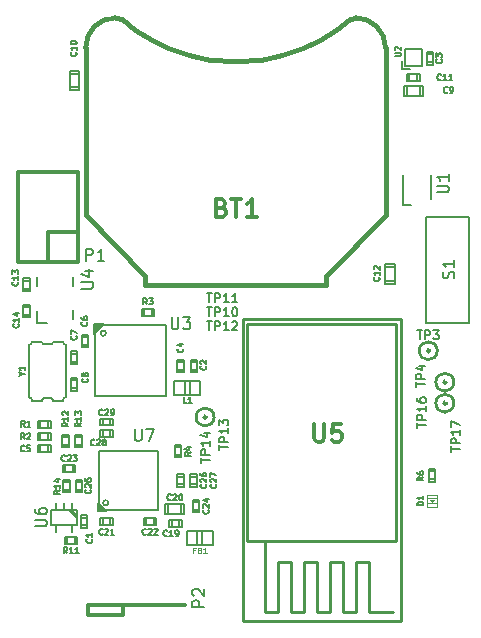
<source format=gto>
G04 (created by PCBNEW (2013-05-31 BZR 4019)-stable) date 6/2/2014 4:07:52 PM*
%MOIN*%
G04 Gerber Fmt 3.4, Leading zero omitted, Abs format*
%FSLAX34Y34*%
G01*
G70*
G90*
G04 APERTURE LIST*
%ADD10C,0.00590551*%
%ADD11C,0.01*%
%ADD12C,0.005*%
%ADD13C,0.0059*%
%ADD14C,0.0039*%
%ADD15C,0.012*%
%ADD16C,0.0079*%
%ADD17C,0.015*%
%ADD18C,0.0075*%
%ADD19C,0.00125*%
%ADD20C,0.011811*%
%ADD21C,0.008*%
G04 APERTURE END LIST*
G54D10*
G54D11*
X92500Y-44350D02*
G75*
G03X92500Y-44350I-50J0D01*
G74*
G01*
X92750Y-44350D02*
G75*
G03X92750Y-44350I-300J0D01*
G74*
G01*
X91950Y-43300D02*
G75*
G03X91950Y-43300I-50J0D01*
G74*
G01*
X92200Y-43300D02*
G75*
G03X92200Y-43300I-300J0D01*
G74*
G01*
X84510Y-45510D02*
G75*
G03X84510Y-45510I-50J0D01*
G74*
G01*
X84760Y-45510D02*
G75*
G03X84760Y-45510I-300J0D01*
G74*
G01*
X92500Y-45050D02*
G75*
G03X92500Y-45050I-50J0D01*
G74*
G01*
X92750Y-45050D02*
G75*
G03X92750Y-45050I-300J0D01*
G74*
G01*
G54D12*
X82685Y-41920D02*
X82685Y-42140D01*
X82425Y-41920D02*
X82425Y-42140D01*
X82345Y-41920D02*
X82345Y-42140D01*
X82345Y-42140D02*
X82765Y-42140D01*
X82765Y-42140D02*
X82765Y-41920D01*
X82765Y-41920D02*
X82345Y-41920D01*
X79230Y-46040D02*
X79230Y-46260D01*
X78970Y-46040D02*
X78970Y-46260D01*
X78890Y-46040D02*
X78890Y-46260D01*
X78890Y-46260D02*
X79310Y-46260D01*
X79310Y-46260D02*
X79310Y-46040D01*
X79310Y-46040D02*
X78890Y-46040D01*
X78970Y-45860D02*
X78970Y-45640D01*
X79230Y-45860D02*
X79230Y-45640D01*
X79310Y-45860D02*
X79310Y-45640D01*
X79310Y-45640D02*
X78890Y-45640D01*
X78890Y-45640D02*
X78890Y-45860D01*
X78890Y-45860D02*
X79310Y-45860D01*
G54D13*
X83944Y-44766D02*
X83944Y-44294D01*
X83786Y-44294D02*
X83786Y-44766D01*
X83432Y-44294D02*
X84298Y-44294D01*
X84298Y-44294D02*
X84298Y-44766D01*
X84298Y-44766D02*
X83432Y-44766D01*
X83432Y-44766D02*
X83432Y-44294D01*
G54D10*
X79834Y-44846D02*
G75*
G03X79716Y-44964I0J-118D01*
G74*
G01*
X79716Y-42995D02*
G75*
G03X79834Y-43113I118J0D01*
G74*
G01*
X79834Y-43113D02*
X79834Y-44846D01*
X79401Y-42995D02*
X79716Y-42995D01*
X79401Y-44964D02*
X79716Y-44964D01*
X79047Y-44885D02*
X79362Y-44885D01*
X79047Y-44885D02*
X79008Y-44964D01*
X79362Y-44885D02*
X79401Y-44964D01*
X78693Y-44964D02*
X79008Y-44964D01*
X78693Y-44964D02*
G75*
G03X78575Y-44846I-118J0D01*
G74*
G01*
X78575Y-43113D02*
X78575Y-44846D01*
X78693Y-42995D02*
X79008Y-42995D01*
X78575Y-43113D02*
G75*
G03X78693Y-42995I0J118D01*
G74*
G01*
X79008Y-42995D02*
X79047Y-43074D01*
X79401Y-42995D02*
X79362Y-43074D01*
X79047Y-43074D02*
X79362Y-43074D01*
G54D12*
X79975Y-43400D02*
X80195Y-43400D01*
X79975Y-43660D02*
X80195Y-43660D01*
X79975Y-43740D02*
X80195Y-43740D01*
X80195Y-43740D02*
X80195Y-43320D01*
X80195Y-43320D02*
X79975Y-43320D01*
X79975Y-43320D02*
X79975Y-43740D01*
X79230Y-46440D02*
X79230Y-46660D01*
X78970Y-46440D02*
X78970Y-46660D01*
X78890Y-46440D02*
X78890Y-46660D01*
X78890Y-46660D02*
X79310Y-46660D01*
X79310Y-46660D02*
X79310Y-46440D01*
X79310Y-46440D02*
X78890Y-46440D01*
X80565Y-43105D02*
X80345Y-43105D01*
X80565Y-42845D02*
X80345Y-42845D01*
X80565Y-42765D02*
X80345Y-42765D01*
X80345Y-42765D02*
X80345Y-43185D01*
X80345Y-43185D02*
X80565Y-43185D01*
X80565Y-43185D02*
X80565Y-42765D01*
X80195Y-44550D02*
X79975Y-44550D01*
X80195Y-44290D02*
X79975Y-44290D01*
X80195Y-44210D02*
X79975Y-44210D01*
X79975Y-44210D02*
X79975Y-44630D01*
X79975Y-44630D02*
X80195Y-44630D01*
X80195Y-44630D02*
X80195Y-44210D01*
X83745Y-43940D02*
X83525Y-43940D01*
X83745Y-43680D02*
X83525Y-43680D01*
X83745Y-43600D02*
X83525Y-43600D01*
X83525Y-43600D02*
X83525Y-44020D01*
X83525Y-44020D02*
X83745Y-44020D01*
X83745Y-44020D02*
X83745Y-43600D01*
X91845Y-33420D02*
X92065Y-33420D01*
X91845Y-33680D02*
X92065Y-33680D01*
X91845Y-33760D02*
X92065Y-33760D01*
X92065Y-33760D02*
X92065Y-33340D01*
X92065Y-33340D02*
X91845Y-33340D01*
X91845Y-33340D02*
X91845Y-33760D01*
X84205Y-43940D02*
X83985Y-43940D01*
X84205Y-43680D02*
X83985Y-43680D01*
X84205Y-43600D02*
X83985Y-43600D01*
X83985Y-43600D02*
X83985Y-44020D01*
X83985Y-44020D02*
X84205Y-44020D01*
X84205Y-44020D02*
X84205Y-43600D01*
X91270Y-34310D02*
X91270Y-34090D01*
X91530Y-34310D02*
X91530Y-34090D01*
X91610Y-34310D02*
X91610Y-34090D01*
X91610Y-34090D02*
X91190Y-34090D01*
X91190Y-34090D02*
X91190Y-34310D01*
X91190Y-34310D02*
X91610Y-34310D01*
X92135Y-47580D02*
X91915Y-47580D01*
X92135Y-47320D02*
X91915Y-47320D01*
X92135Y-47240D02*
X91915Y-47240D01*
X91915Y-47240D02*
X91915Y-47660D01*
X91915Y-47660D02*
X92135Y-47660D01*
X92135Y-47660D02*
X92135Y-47240D01*
X80345Y-46435D02*
X80125Y-46435D01*
X80345Y-46175D02*
X80125Y-46175D01*
X80345Y-46095D02*
X80125Y-46095D01*
X80125Y-46095D02*
X80125Y-46515D01*
X80125Y-46515D02*
X80345Y-46515D01*
X80345Y-46515D02*
X80345Y-46095D01*
X79925Y-46435D02*
X79705Y-46435D01*
X79925Y-46175D02*
X79705Y-46175D01*
X79925Y-46095D02*
X79705Y-46095D01*
X79705Y-46095D02*
X79705Y-46515D01*
X79705Y-46515D02*
X79925Y-46515D01*
X79925Y-46515D02*
X79925Y-46095D01*
X79860Y-49745D02*
X79860Y-49525D01*
X80120Y-49745D02*
X80120Y-49525D01*
X80200Y-49745D02*
X80200Y-49525D01*
X80200Y-49525D02*
X79780Y-49525D01*
X79780Y-49525D02*
X79780Y-49745D01*
X79780Y-49745D02*
X80200Y-49745D01*
X79950Y-47945D02*
X79730Y-47945D01*
X79950Y-47685D02*
X79730Y-47685D01*
X79950Y-47605D02*
X79730Y-47605D01*
X79730Y-47605D02*
X79730Y-48025D01*
X79730Y-48025D02*
X79950Y-48025D01*
X79950Y-48025D02*
X79950Y-47605D01*
X83450Y-46515D02*
X83670Y-46515D01*
X83450Y-46775D02*
X83670Y-46775D01*
X83450Y-46855D02*
X83670Y-46855D01*
X83670Y-46855D02*
X83670Y-46435D01*
X83670Y-46435D02*
X83450Y-46435D01*
X83450Y-46435D02*
X83450Y-46855D01*
X81305Y-45940D02*
X81305Y-46160D01*
X81045Y-45940D02*
X81045Y-46160D01*
X80965Y-45940D02*
X80965Y-46160D01*
X80965Y-46160D02*
X81385Y-46160D01*
X81385Y-46160D02*
X81385Y-45940D01*
X81385Y-45940D02*
X80965Y-45940D01*
X81305Y-45570D02*
X81305Y-45790D01*
X81045Y-45570D02*
X81045Y-45790D01*
X80965Y-45570D02*
X80965Y-45790D01*
X80965Y-45790D02*
X81385Y-45790D01*
X81385Y-45790D02*
X81385Y-45570D01*
X81385Y-45570D02*
X80965Y-45570D01*
X83755Y-47755D02*
X83535Y-47755D01*
X83755Y-47495D02*
X83535Y-47495D01*
X83755Y-47415D02*
X83535Y-47415D01*
X83535Y-47415D02*
X83535Y-47835D01*
X83535Y-47835D02*
X83755Y-47835D01*
X83755Y-47835D02*
X83755Y-47415D01*
X84180Y-47755D02*
X83960Y-47755D01*
X84180Y-47495D02*
X83960Y-47495D01*
X84180Y-47415D02*
X83960Y-47415D01*
X83960Y-47415D02*
X83960Y-47835D01*
X83960Y-47835D02*
X84180Y-47835D01*
X84180Y-47835D02*
X84180Y-47415D01*
X80050Y-47115D02*
X80050Y-47335D01*
X79790Y-47115D02*
X79790Y-47335D01*
X79710Y-47115D02*
X79710Y-47335D01*
X79710Y-47335D02*
X80130Y-47335D01*
X80130Y-47335D02*
X80130Y-47115D01*
X80130Y-47115D02*
X79710Y-47115D01*
X80364Y-47940D02*
X80144Y-47940D01*
X80364Y-47680D02*
X80144Y-47680D01*
X80364Y-47600D02*
X80144Y-47600D01*
X80144Y-47600D02*
X80144Y-48020D01*
X80144Y-48020D02*
X80364Y-48020D01*
X80364Y-48020D02*
X80364Y-47600D01*
X82750Y-48880D02*
X82750Y-49100D01*
X82490Y-48880D02*
X82490Y-49100D01*
X82410Y-48880D02*
X82410Y-49100D01*
X82410Y-49100D02*
X82830Y-49100D01*
X82830Y-49100D02*
X82830Y-48880D01*
X82830Y-48880D02*
X82410Y-48880D01*
X81305Y-48890D02*
X81305Y-49110D01*
X81045Y-48890D02*
X81045Y-49110D01*
X80965Y-48890D02*
X80965Y-49110D01*
X80965Y-49110D02*
X81385Y-49110D01*
X81385Y-49110D02*
X81385Y-48890D01*
X81385Y-48890D02*
X80965Y-48890D01*
X84040Y-48345D02*
X84260Y-48345D01*
X84040Y-48605D02*
X84260Y-48605D01*
X84040Y-48685D02*
X84260Y-48685D01*
X84260Y-48685D02*
X84260Y-48265D01*
X84260Y-48265D02*
X84040Y-48265D01*
X84040Y-48265D02*
X84040Y-48685D01*
X83340Y-49175D02*
X83340Y-48955D01*
X83600Y-49175D02*
X83600Y-48955D01*
X83680Y-49175D02*
X83680Y-48955D01*
X83680Y-48955D02*
X83260Y-48955D01*
X83260Y-48955D02*
X83260Y-49175D01*
X83260Y-49175D02*
X83680Y-49175D01*
X79935Y-48600D02*
X80195Y-48860D01*
X79995Y-48600D02*
X80195Y-48795D01*
X79505Y-49110D02*
X79505Y-49330D01*
X80015Y-49110D02*
X80015Y-49330D01*
X79760Y-48600D02*
X79760Y-48380D01*
X79505Y-48600D02*
X79505Y-48380D01*
X80015Y-48600D02*
X80015Y-48380D01*
X80195Y-49110D02*
X79325Y-49110D01*
X79325Y-49110D02*
X79325Y-48600D01*
X79325Y-48600D02*
X80195Y-48600D01*
X80195Y-48600D02*
X80195Y-49110D01*
G54D11*
X89491Y-50350D02*
X89924Y-50350D01*
X89058Y-52004D02*
X89491Y-52004D01*
X89491Y-52004D02*
X89491Y-50350D01*
X89058Y-52004D02*
X89058Y-50350D01*
X89924Y-52004D02*
X89924Y-50350D01*
X89924Y-52004D02*
X90712Y-52004D01*
X88625Y-50350D02*
X89058Y-50350D01*
X88192Y-52004D02*
X88625Y-52004D01*
X88625Y-52004D02*
X88625Y-50350D01*
X88192Y-52004D02*
X88192Y-50350D01*
X87326Y-52004D02*
X87326Y-50350D01*
X87759Y-52004D02*
X87759Y-50350D01*
X87326Y-52004D02*
X87759Y-52004D01*
X87759Y-50350D02*
X88192Y-50350D01*
X86893Y-50350D02*
X87326Y-50350D01*
X86460Y-49642D02*
X86460Y-52004D01*
X86460Y-52004D02*
X86893Y-52004D01*
X86893Y-52004D02*
X86893Y-50350D01*
X90987Y-52319D02*
X85712Y-52319D01*
X85712Y-52319D02*
X85712Y-42240D01*
X90987Y-42240D02*
X85712Y-42240D01*
X90987Y-52319D02*
X90987Y-42240D01*
X90830Y-49642D02*
X85869Y-49642D01*
X85869Y-49642D02*
X85869Y-42398D01*
X90830Y-42398D02*
X85869Y-42398D01*
X90830Y-49642D02*
X90830Y-42398D01*
G54D14*
X91868Y-48221D02*
X92182Y-48221D01*
X92182Y-48379D02*
X91868Y-48379D01*
X92182Y-48103D02*
X92182Y-48497D01*
X92182Y-48497D02*
X91868Y-48497D01*
X91868Y-48497D02*
X91868Y-48103D01*
X91868Y-48103D02*
X92182Y-48103D01*
X91986Y-48300D02*
X92064Y-48300D01*
X92104Y-48261D02*
X91946Y-48261D01*
X91946Y-48261D02*
X92025Y-48339D01*
X92025Y-48339D02*
X92104Y-48261D01*
G54D12*
X80530Y-49125D02*
X80310Y-49125D01*
X80530Y-48865D02*
X80310Y-48865D01*
X80530Y-48785D02*
X80310Y-48785D01*
X80310Y-48785D02*
X80310Y-49205D01*
X80310Y-49205D02*
X80530Y-49205D01*
X80530Y-49205D02*
X80530Y-48785D01*
G54D15*
X78215Y-40350D02*
X78215Y-37350D01*
X78215Y-37350D02*
X80215Y-37350D01*
X80215Y-37350D02*
X80215Y-40350D01*
X79215Y-40350D02*
X79215Y-39350D01*
X79215Y-39350D02*
X80215Y-39350D01*
X78215Y-40350D02*
X80215Y-40350D01*
G54D12*
X78620Y-42105D02*
X78400Y-42105D01*
X78620Y-41845D02*
X78400Y-41845D01*
X78620Y-41765D02*
X78400Y-41765D01*
X78400Y-41765D02*
X78400Y-42185D01*
X78400Y-42185D02*
X78620Y-42185D01*
X78620Y-42185D02*
X78620Y-41765D01*
X78620Y-41230D02*
X78400Y-41230D01*
X78620Y-40970D02*
X78400Y-40970D01*
X78620Y-40890D02*
X78400Y-40890D01*
X78400Y-40890D02*
X78400Y-41310D01*
X78400Y-41310D02*
X78620Y-41310D01*
X78620Y-41310D02*
X78620Y-40890D01*
G54D10*
X80050Y-42248D02*
X80050Y-41933D01*
X80050Y-40831D02*
X80050Y-41146D01*
X78869Y-41146D02*
X78869Y-40831D01*
X78869Y-42130D02*
X78869Y-41973D01*
X78869Y-42130D02*
X78869Y-42366D01*
X78869Y-42366D02*
X79184Y-42366D01*
G54D12*
X81106Y-42402D02*
X80752Y-42756D01*
X80752Y-42756D02*
X80752Y-42402D01*
X80752Y-42402D02*
X81106Y-42402D01*
X80791Y-42677D02*
X81027Y-42441D01*
X81027Y-42441D02*
X80988Y-42441D01*
X80988Y-42441D02*
X80791Y-42638D01*
X80791Y-42638D02*
X80791Y-42598D01*
X80791Y-42598D02*
X80948Y-42441D01*
X80948Y-42441D02*
X80909Y-42441D01*
X80909Y-42441D02*
X80791Y-42559D01*
X80791Y-42559D02*
X80791Y-42520D01*
X80791Y-42520D02*
X80870Y-42441D01*
X83153Y-42441D02*
X83153Y-44803D01*
X83153Y-44803D02*
X80791Y-44803D01*
X80791Y-44803D02*
X80791Y-42441D01*
X80791Y-42441D02*
X83153Y-42441D01*
G54D16*
X81155Y-42716D02*
G75*
G03X81155Y-42716I-87J0D01*
G74*
G01*
G54D12*
X80874Y-48371D02*
X80874Y-48647D01*
X80874Y-48647D02*
X81150Y-48647D01*
X81150Y-48647D02*
X80874Y-48371D01*
X82882Y-48607D02*
X80914Y-48607D01*
X80914Y-48607D02*
X80914Y-46639D01*
X80914Y-46639D02*
X82882Y-46639D01*
X82882Y-46639D02*
X82882Y-48607D01*
X81070Y-48608D02*
X80913Y-48451D01*
X80913Y-48489D02*
X81031Y-48607D01*
X80993Y-48607D02*
X80914Y-48528D01*
G54D16*
X81238Y-48371D02*
G75*
G03X81238Y-48371I-87J0D01*
G74*
G01*
G54D10*
X91824Y-38828D02*
X91824Y-42371D01*
X93241Y-42371D02*
X93241Y-38828D01*
X93241Y-38828D02*
X91824Y-38828D01*
X93241Y-42371D02*
X91824Y-42371D01*
G54D17*
X85475Y-33650D02*
X84625Y-33600D01*
X84625Y-33600D02*
X83925Y-33450D01*
X83925Y-33450D02*
X83225Y-33200D01*
X83225Y-33200D02*
X82675Y-32950D01*
X82675Y-32950D02*
X82125Y-32600D01*
X82125Y-32600D02*
X81675Y-32250D01*
X81675Y-32250D02*
X81475Y-32200D01*
X89475Y-32200D02*
X89275Y-32250D01*
X89275Y-32250D02*
X88825Y-32600D01*
X88825Y-32600D02*
X88275Y-32950D01*
X88275Y-32950D02*
X87725Y-33200D01*
X87725Y-33200D02*
X87025Y-33450D01*
X87025Y-33450D02*
X86325Y-33600D01*
X86325Y-33600D02*
X85475Y-33650D01*
X81475Y-32200D02*
G75*
G03X80475Y-33200I0J-1000D01*
G74*
G01*
X90475Y-33200D02*
G75*
G03X89475Y-32200I-1000J0D01*
G74*
G01*
X82445Y-40800D02*
X80475Y-38780D01*
X80475Y-38780D02*
X80475Y-33210D01*
X88505Y-40800D02*
X90475Y-38780D01*
X90475Y-38780D02*
X90475Y-33210D01*
X88505Y-41120D02*
X88505Y-40800D01*
X82445Y-41120D02*
X82445Y-40800D01*
X88505Y-41120D02*
X82445Y-41120D01*
G54D12*
X79940Y-34520D02*
X80260Y-34520D01*
X80250Y-34080D02*
X79940Y-34080D01*
X80260Y-33980D02*
X80260Y-34620D01*
X80260Y-34620D02*
X79940Y-34620D01*
X79940Y-34620D02*
X79940Y-33980D01*
X79940Y-33980D02*
X80260Y-33980D01*
X91180Y-34480D02*
X91180Y-34800D01*
X91620Y-34790D02*
X91620Y-34480D01*
X91720Y-34800D02*
X91080Y-34800D01*
X91080Y-34800D02*
X91080Y-34480D01*
X91080Y-34480D02*
X91720Y-34480D01*
X91720Y-34480D02*
X91720Y-34800D01*
X90775Y-40520D02*
X90455Y-40520D01*
X90465Y-40960D02*
X90775Y-40960D01*
X90455Y-41060D02*
X90455Y-40420D01*
X90455Y-40420D02*
X90775Y-40420D01*
X90775Y-40420D02*
X90775Y-41060D01*
X90775Y-41060D02*
X90455Y-41060D01*
X83230Y-48415D02*
X83230Y-48735D01*
X83670Y-48725D02*
X83670Y-48415D01*
X83770Y-48735D02*
X83130Y-48735D01*
X83130Y-48735D02*
X83130Y-48415D01*
X83130Y-48415D02*
X83770Y-48415D01*
X83770Y-48415D02*
X83770Y-48735D01*
G54D10*
X91052Y-38243D02*
X91052Y-38440D01*
X91052Y-38440D02*
X91328Y-38440D01*
X91997Y-37456D02*
X91997Y-38243D01*
X91052Y-38243D02*
X91052Y-37456D01*
X91011Y-33628D02*
X91011Y-33923D01*
X91011Y-33923D02*
X91306Y-33923D01*
X91700Y-33530D02*
X91700Y-33234D01*
X91700Y-33234D02*
X91109Y-33234D01*
X91109Y-33234D02*
X91109Y-33825D01*
X91109Y-33825D02*
X91700Y-33825D01*
X91700Y-33825D02*
X91700Y-33530D01*
G54D15*
X80570Y-51770D02*
X80570Y-52110D01*
X80570Y-52110D02*
X81710Y-52110D01*
X81710Y-52110D02*
X81710Y-51770D01*
X80575Y-51762D02*
X83804Y-51762D01*
G54D13*
X84201Y-49309D02*
X84201Y-49781D01*
X84359Y-49781D02*
X84359Y-49309D01*
X84713Y-49781D02*
X83847Y-49781D01*
X83847Y-49781D02*
X83847Y-49309D01*
X83847Y-49309D02*
X84713Y-49309D01*
X84713Y-49309D02*
X84713Y-49781D01*
G54D18*
X91496Y-44503D02*
X91496Y-44332D01*
X91796Y-44417D02*
X91496Y-44417D01*
X91796Y-44232D02*
X91496Y-44232D01*
X91496Y-44117D01*
X91510Y-44089D01*
X91525Y-44075D01*
X91553Y-44060D01*
X91596Y-44060D01*
X91625Y-44075D01*
X91639Y-44089D01*
X91653Y-44117D01*
X91653Y-44232D01*
X91596Y-43803D02*
X91796Y-43803D01*
X91482Y-43875D02*
X91696Y-43946D01*
X91696Y-43760D01*
X91521Y-42621D02*
X91692Y-42621D01*
X91607Y-42921D02*
X91607Y-42621D01*
X91792Y-42921D02*
X91792Y-42621D01*
X91907Y-42621D01*
X91935Y-42635D01*
X91950Y-42650D01*
X91964Y-42678D01*
X91964Y-42721D01*
X91950Y-42750D01*
X91935Y-42764D01*
X91907Y-42778D01*
X91792Y-42778D01*
X92064Y-42621D02*
X92250Y-42621D01*
X92150Y-42735D01*
X92192Y-42735D01*
X92221Y-42750D01*
X92235Y-42764D01*
X92250Y-42792D01*
X92250Y-42864D01*
X92235Y-42892D01*
X92221Y-42907D01*
X92192Y-42921D01*
X92107Y-42921D01*
X92078Y-42907D01*
X92064Y-42892D01*
X84311Y-47031D02*
X84311Y-46859D01*
X84611Y-46945D02*
X84311Y-46945D01*
X84611Y-46759D02*
X84311Y-46759D01*
X84311Y-46645D01*
X84325Y-46617D01*
X84340Y-46602D01*
X84368Y-46588D01*
X84411Y-46588D01*
X84440Y-46602D01*
X84454Y-46617D01*
X84468Y-46645D01*
X84468Y-46759D01*
X84611Y-46302D02*
X84611Y-46474D01*
X84611Y-46388D02*
X84311Y-46388D01*
X84354Y-46417D01*
X84382Y-46445D01*
X84397Y-46474D01*
X84411Y-46045D02*
X84611Y-46045D01*
X84297Y-46117D02*
X84511Y-46188D01*
X84511Y-46002D01*
X91521Y-45871D02*
X91521Y-45699D01*
X91821Y-45785D02*
X91521Y-45785D01*
X91821Y-45599D02*
X91521Y-45599D01*
X91521Y-45485D01*
X91535Y-45457D01*
X91550Y-45442D01*
X91578Y-45428D01*
X91621Y-45428D01*
X91650Y-45442D01*
X91664Y-45457D01*
X91678Y-45485D01*
X91678Y-45599D01*
X91821Y-45142D02*
X91821Y-45314D01*
X91821Y-45228D02*
X91521Y-45228D01*
X91564Y-45257D01*
X91592Y-45285D01*
X91607Y-45314D01*
X91521Y-44885D02*
X91521Y-44942D01*
X91535Y-44971D01*
X91550Y-44985D01*
X91592Y-45014D01*
X91650Y-45028D01*
X91764Y-45028D01*
X91792Y-45014D01*
X91807Y-45000D01*
X91821Y-44971D01*
X91821Y-44914D01*
X91807Y-44885D01*
X91792Y-44871D01*
X91764Y-44857D01*
X91692Y-44857D01*
X91664Y-44871D01*
X91650Y-44885D01*
X91635Y-44914D01*
X91635Y-44971D01*
X91650Y-45000D01*
X91664Y-45014D01*
X91692Y-45028D01*
G54D19*
X92391Y-45044D02*
X92375Y-45044D01*
X92375Y-45070D02*
X92375Y-45020D01*
X92398Y-45020D01*
X92415Y-45055D02*
X92439Y-45055D01*
X92410Y-45070D02*
X92427Y-45020D01*
X92444Y-45070D01*
X92489Y-45065D02*
X92486Y-45067D01*
X92479Y-45070D01*
X92475Y-45070D01*
X92467Y-45067D01*
X92463Y-45063D01*
X92460Y-45058D01*
X92458Y-45048D01*
X92458Y-45041D01*
X92460Y-45032D01*
X92463Y-45027D01*
X92467Y-45022D01*
X92475Y-45020D01*
X92479Y-45020D01*
X92486Y-45022D01*
X92489Y-45025D01*
X92503Y-45020D02*
X92532Y-45020D01*
X92517Y-45070D02*
X92517Y-45020D01*
G54D12*
X82516Y-41755D02*
X82450Y-41660D01*
X82402Y-41755D02*
X82402Y-41555D01*
X82478Y-41555D01*
X82497Y-41565D01*
X82507Y-41575D01*
X82516Y-41594D01*
X82516Y-41622D01*
X82507Y-41641D01*
X82497Y-41651D01*
X82478Y-41660D01*
X82402Y-41660D01*
X82583Y-41555D02*
X82707Y-41555D01*
X82640Y-41632D01*
X82669Y-41632D01*
X82688Y-41641D01*
X82697Y-41651D01*
X82707Y-41670D01*
X82707Y-41717D01*
X82697Y-41736D01*
X82688Y-41746D01*
X82669Y-41755D01*
X82611Y-41755D01*
X82592Y-41746D01*
X82583Y-41736D01*
X78441Y-46255D02*
X78375Y-46160D01*
X78327Y-46255D02*
X78327Y-46055D01*
X78403Y-46055D01*
X78422Y-46065D01*
X78432Y-46075D01*
X78441Y-46094D01*
X78441Y-46122D01*
X78432Y-46141D01*
X78422Y-46151D01*
X78403Y-46160D01*
X78327Y-46160D01*
X78517Y-46075D02*
X78527Y-46065D01*
X78546Y-46055D01*
X78594Y-46055D01*
X78613Y-46065D01*
X78622Y-46075D01*
X78632Y-46094D01*
X78632Y-46113D01*
X78622Y-46141D01*
X78508Y-46255D01*
X78632Y-46255D01*
X78441Y-45830D02*
X78375Y-45735D01*
X78327Y-45830D02*
X78327Y-45630D01*
X78403Y-45630D01*
X78422Y-45640D01*
X78432Y-45650D01*
X78441Y-45669D01*
X78441Y-45697D01*
X78432Y-45716D01*
X78422Y-45726D01*
X78403Y-45735D01*
X78327Y-45735D01*
X78632Y-45830D02*
X78517Y-45830D01*
X78575Y-45830D02*
X78575Y-45630D01*
X78555Y-45659D01*
X78536Y-45678D01*
X78517Y-45688D01*
X83841Y-45055D02*
X83746Y-45055D01*
X83746Y-44855D01*
X84013Y-45055D02*
X83898Y-45055D01*
X83955Y-45055D02*
X83955Y-44855D01*
X83936Y-44884D01*
X83917Y-44903D01*
X83898Y-44913D01*
X78360Y-44070D02*
X78455Y-44070D01*
X78255Y-44136D02*
X78360Y-44070D01*
X78255Y-44003D01*
X78455Y-43832D02*
X78455Y-43946D01*
X78455Y-43889D02*
X78255Y-43889D01*
X78284Y-43908D01*
X78303Y-43927D01*
X78313Y-43946D01*
X80161Y-42808D02*
X80171Y-42817D01*
X80180Y-42846D01*
X80180Y-42865D01*
X80171Y-42894D01*
X80152Y-42913D01*
X80133Y-42922D01*
X80095Y-42932D01*
X80066Y-42932D01*
X80028Y-42922D01*
X80009Y-42913D01*
X79990Y-42894D01*
X79980Y-42865D01*
X79980Y-42846D01*
X79990Y-42817D01*
X80000Y-42808D01*
X79980Y-42741D02*
X79980Y-42608D01*
X80180Y-42694D01*
X78441Y-46636D02*
X78432Y-46646D01*
X78403Y-46655D01*
X78384Y-46655D01*
X78355Y-46646D01*
X78336Y-46627D01*
X78327Y-46608D01*
X78317Y-46570D01*
X78317Y-46541D01*
X78327Y-46503D01*
X78336Y-46484D01*
X78355Y-46465D01*
X78384Y-46455D01*
X78403Y-46455D01*
X78432Y-46465D01*
X78441Y-46475D01*
X78622Y-46455D02*
X78527Y-46455D01*
X78517Y-46551D01*
X78527Y-46541D01*
X78546Y-46532D01*
X78594Y-46532D01*
X78613Y-46541D01*
X78622Y-46551D01*
X78632Y-46570D01*
X78632Y-46617D01*
X78622Y-46636D01*
X78613Y-46646D01*
X78594Y-46655D01*
X78546Y-46655D01*
X78527Y-46646D01*
X78517Y-46636D01*
X80511Y-42348D02*
X80521Y-42357D01*
X80530Y-42386D01*
X80530Y-42405D01*
X80521Y-42434D01*
X80502Y-42453D01*
X80483Y-42462D01*
X80445Y-42472D01*
X80416Y-42472D01*
X80378Y-42462D01*
X80359Y-42453D01*
X80340Y-42434D01*
X80330Y-42405D01*
X80330Y-42386D01*
X80340Y-42357D01*
X80350Y-42348D01*
X80330Y-42176D02*
X80330Y-42215D01*
X80340Y-42234D01*
X80350Y-42243D01*
X80378Y-42262D01*
X80416Y-42272D01*
X80492Y-42272D01*
X80511Y-42262D01*
X80521Y-42253D01*
X80530Y-42234D01*
X80530Y-42195D01*
X80521Y-42176D01*
X80511Y-42167D01*
X80492Y-42157D01*
X80445Y-42157D01*
X80426Y-42167D01*
X80416Y-42176D01*
X80407Y-42195D01*
X80407Y-42234D01*
X80416Y-42253D01*
X80426Y-42262D01*
X80445Y-42272D01*
X80536Y-44233D02*
X80546Y-44242D01*
X80555Y-44271D01*
X80555Y-44290D01*
X80546Y-44319D01*
X80527Y-44338D01*
X80508Y-44347D01*
X80470Y-44357D01*
X80441Y-44357D01*
X80403Y-44347D01*
X80384Y-44338D01*
X80365Y-44319D01*
X80355Y-44290D01*
X80355Y-44271D01*
X80365Y-44242D01*
X80375Y-44233D01*
X80441Y-44119D02*
X80432Y-44138D01*
X80422Y-44147D01*
X80403Y-44157D01*
X80394Y-44157D01*
X80375Y-44147D01*
X80365Y-44138D01*
X80355Y-44119D01*
X80355Y-44080D01*
X80365Y-44061D01*
X80375Y-44052D01*
X80394Y-44042D01*
X80403Y-44042D01*
X80422Y-44052D01*
X80432Y-44061D01*
X80441Y-44080D01*
X80441Y-44119D01*
X80451Y-44138D01*
X80460Y-44147D01*
X80479Y-44157D01*
X80517Y-44157D01*
X80536Y-44147D01*
X80546Y-44138D01*
X80555Y-44119D01*
X80555Y-44080D01*
X80546Y-44061D01*
X80536Y-44052D01*
X80517Y-44042D01*
X80479Y-44042D01*
X80460Y-44052D01*
X80451Y-44061D01*
X80441Y-44080D01*
X83711Y-43233D02*
X83721Y-43242D01*
X83730Y-43271D01*
X83730Y-43290D01*
X83721Y-43319D01*
X83702Y-43338D01*
X83683Y-43347D01*
X83645Y-43357D01*
X83616Y-43357D01*
X83578Y-43347D01*
X83559Y-43338D01*
X83540Y-43319D01*
X83530Y-43290D01*
X83530Y-43271D01*
X83540Y-43242D01*
X83550Y-43233D01*
X83597Y-43061D02*
X83730Y-43061D01*
X83521Y-43109D02*
X83664Y-43157D01*
X83664Y-43033D01*
X92336Y-33583D02*
X92346Y-33592D01*
X92355Y-33621D01*
X92355Y-33640D01*
X92346Y-33669D01*
X92327Y-33688D01*
X92308Y-33697D01*
X92270Y-33707D01*
X92241Y-33707D01*
X92203Y-33697D01*
X92184Y-33688D01*
X92165Y-33669D01*
X92155Y-33640D01*
X92155Y-33621D01*
X92165Y-33592D01*
X92175Y-33583D01*
X92155Y-33516D02*
X92155Y-33392D01*
X92232Y-33459D01*
X92232Y-33430D01*
X92241Y-33411D01*
X92251Y-33402D01*
X92270Y-33392D01*
X92317Y-33392D01*
X92336Y-33402D01*
X92346Y-33411D01*
X92355Y-33430D01*
X92355Y-33488D01*
X92346Y-33507D01*
X92336Y-33516D01*
X84486Y-43808D02*
X84496Y-43817D01*
X84505Y-43846D01*
X84505Y-43865D01*
X84496Y-43894D01*
X84477Y-43913D01*
X84458Y-43922D01*
X84420Y-43932D01*
X84391Y-43932D01*
X84353Y-43922D01*
X84334Y-43913D01*
X84315Y-43894D01*
X84305Y-43865D01*
X84305Y-43846D01*
X84315Y-43817D01*
X84325Y-43808D01*
X84325Y-43732D02*
X84315Y-43722D01*
X84305Y-43703D01*
X84305Y-43655D01*
X84315Y-43636D01*
X84325Y-43627D01*
X84344Y-43617D01*
X84363Y-43617D01*
X84391Y-43627D01*
X84505Y-43741D01*
X84505Y-43617D01*
X92321Y-34261D02*
X92311Y-34271D01*
X92283Y-34280D01*
X92264Y-34280D01*
X92235Y-34271D01*
X92216Y-34252D01*
X92207Y-34233D01*
X92197Y-34195D01*
X92197Y-34166D01*
X92207Y-34128D01*
X92216Y-34109D01*
X92235Y-34090D01*
X92264Y-34080D01*
X92283Y-34080D01*
X92311Y-34090D01*
X92321Y-34100D01*
X92511Y-34280D02*
X92397Y-34280D01*
X92454Y-34280D02*
X92454Y-34080D01*
X92435Y-34109D01*
X92416Y-34128D01*
X92397Y-34138D01*
X92702Y-34280D02*
X92588Y-34280D01*
X92645Y-34280D02*
X92645Y-34080D01*
X92626Y-34109D01*
X92607Y-34128D01*
X92588Y-34138D01*
X91730Y-47508D02*
X91635Y-47575D01*
X91730Y-47622D02*
X91530Y-47622D01*
X91530Y-47546D01*
X91540Y-47527D01*
X91550Y-47517D01*
X91569Y-47508D01*
X91597Y-47508D01*
X91616Y-47517D01*
X91626Y-47527D01*
X91635Y-47546D01*
X91635Y-47622D01*
X91530Y-47336D02*
X91530Y-47375D01*
X91540Y-47394D01*
X91550Y-47403D01*
X91578Y-47422D01*
X91616Y-47432D01*
X91692Y-47432D01*
X91711Y-47422D01*
X91721Y-47413D01*
X91730Y-47394D01*
X91730Y-47355D01*
X91721Y-47336D01*
X91711Y-47327D01*
X91692Y-47317D01*
X91645Y-47317D01*
X91626Y-47327D01*
X91616Y-47336D01*
X91607Y-47355D01*
X91607Y-47394D01*
X91616Y-47413D01*
X91626Y-47422D01*
X91645Y-47432D01*
X80330Y-45703D02*
X80235Y-45770D01*
X80330Y-45817D02*
X80130Y-45817D01*
X80130Y-45741D01*
X80140Y-45722D01*
X80150Y-45713D01*
X80169Y-45703D01*
X80197Y-45703D01*
X80216Y-45713D01*
X80226Y-45722D01*
X80235Y-45741D01*
X80235Y-45817D01*
X80330Y-45513D02*
X80330Y-45627D01*
X80330Y-45570D02*
X80130Y-45570D01*
X80159Y-45589D01*
X80178Y-45608D01*
X80188Y-45627D01*
X80130Y-45446D02*
X80130Y-45322D01*
X80207Y-45389D01*
X80207Y-45360D01*
X80216Y-45341D01*
X80226Y-45332D01*
X80245Y-45322D01*
X80292Y-45322D01*
X80311Y-45332D01*
X80321Y-45341D01*
X80330Y-45360D01*
X80330Y-45417D01*
X80321Y-45436D01*
X80311Y-45446D01*
X79905Y-45703D02*
X79810Y-45770D01*
X79905Y-45817D02*
X79705Y-45817D01*
X79705Y-45741D01*
X79715Y-45722D01*
X79725Y-45713D01*
X79744Y-45703D01*
X79772Y-45703D01*
X79791Y-45713D01*
X79801Y-45722D01*
X79810Y-45741D01*
X79810Y-45817D01*
X79905Y-45513D02*
X79905Y-45627D01*
X79905Y-45570D02*
X79705Y-45570D01*
X79734Y-45589D01*
X79753Y-45608D01*
X79763Y-45627D01*
X79725Y-45436D02*
X79715Y-45427D01*
X79705Y-45408D01*
X79705Y-45360D01*
X79715Y-45341D01*
X79725Y-45332D01*
X79744Y-45322D01*
X79763Y-45322D01*
X79791Y-45332D01*
X79905Y-45446D01*
X79905Y-45322D01*
X79871Y-50055D02*
X79804Y-49960D01*
X79757Y-50055D02*
X79757Y-49855D01*
X79833Y-49855D01*
X79852Y-49865D01*
X79861Y-49875D01*
X79871Y-49894D01*
X79871Y-49922D01*
X79861Y-49941D01*
X79852Y-49951D01*
X79833Y-49960D01*
X79757Y-49960D01*
X80061Y-50055D02*
X79947Y-50055D01*
X80004Y-50055D02*
X80004Y-49855D01*
X79985Y-49884D01*
X79966Y-49903D01*
X79947Y-49913D01*
X80252Y-50055D02*
X80138Y-50055D01*
X80195Y-50055D02*
X80195Y-49855D01*
X80176Y-49884D01*
X80157Y-49903D01*
X80138Y-49913D01*
X79630Y-47953D02*
X79535Y-48020D01*
X79630Y-48067D02*
X79430Y-48067D01*
X79430Y-47991D01*
X79440Y-47972D01*
X79450Y-47963D01*
X79469Y-47953D01*
X79497Y-47953D01*
X79516Y-47963D01*
X79526Y-47972D01*
X79535Y-47991D01*
X79535Y-48067D01*
X79630Y-47763D02*
X79630Y-47877D01*
X79630Y-47820D02*
X79430Y-47820D01*
X79459Y-47839D01*
X79478Y-47858D01*
X79488Y-47877D01*
X79497Y-47591D02*
X79630Y-47591D01*
X79421Y-47639D02*
X79564Y-47686D01*
X79564Y-47563D01*
X83980Y-46683D02*
X83885Y-46750D01*
X83980Y-46797D02*
X83780Y-46797D01*
X83780Y-46721D01*
X83790Y-46702D01*
X83800Y-46692D01*
X83819Y-46683D01*
X83847Y-46683D01*
X83866Y-46692D01*
X83876Y-46702D01*
X83885Y-46721D01*
X83885Y-46797D01*
X83847Y-46511D02*
X83980Y-46511D01*
X83771Y-46559D02*
X83914Y-46607D01*
X83914Y-46483D01*
X80771Y-46436D02*
X80761Y-46446D01*
X80733Y-46455D01*
X80714Y-46455D01*
X80685Y-46446D01*
X80666Y-46427D01*
X80657Y-46408D01*
X80647Y-46370D01*
X80647Y-46341D01*
X80657Y-46303D01*
X80666Y-46284D01*
X80685Y-46265D01*
X80714Y-46255D01*
X80733Y-46255D01*
X80761Y-46265D01*
X80771Y-46275D01*
X80847Y-46275D02*
X80857Y-46265D01*
X80876Y-46255D01*
X80923Y-46255D01*
X80942Y-46265D01*
X80952Y-46275D01*
X80961Y-46294D01*
X80961Y-46313D01*
X80952Y-46341D01*
X80838Y-46455D01*
X80961Y-46455D01*
X81076Y-46341D02*
X81057Y-46332D01*
X81047Y-46322D01*
X81038Y-46303D01*
X81038Y-46294D01*
X81047Y-46275D01*
X81057Y-46265D01*
X81076Y-46255D01*
X81114Y-46255D01*
X81133Y-46265D01*
X81142Y-46275D01*
X81152Y-46294D01*
X81152Y-46303D01*
X81142Y-46322D01*
X81133Y-46332D01*
X81114Y-46341D01*
X81076Y-46341D01*
X81057Y-46351D01*
X81047Y-46360D01*
X81038Y-46379D01*
X81038Y-46417D01*
X81047Y-46436D01*
X81057Y-46446D01*
X81076Y-46455D01*
X81114Y-46455D01*
X81133Y-46446D01*
X81142Y-46436D01*
X81152Y-46417D01*
X81152Y-46379D01*
X81142Y-46360D01*
X81133Y-46351D01*
X81114Y-46341D01*
X81046Y-45436D02*
X81036Y-45446D01*
X81008Y-45455D01*
X80989Y-45455D01*
X80960Y-45446D01*
X80941Y-45427D01*
X80932Y-45408D01*
X80922Y-45370D01*
X80922Y-45341D01*
X80932Y-45303D01*
X80941Y-45284D01*
X80960Y-45265D01*
X80989Y-45255D01*
X81008Y-45255D01*
X81036Y-45265D01*
X81046Y-45275D01*
X81122Y-45275D02*
X81132Y-45265D01*
X81151Y-45255D01*
X81198Y-45255D01*
X81217Y-45265D01*
X81227Y-45275D01*
X81236Y-45294D01*
X81236Y-45313D01*
X81227Y-45341D01*
X81113Y-45455D01*
X81236Y-45455D01*
X81332Y-45455D02*
X81370Y-45455D01*
X81389Y-45446D01*
X81398Y-45436D01*
X81417Y-45408D01*
X81427Y-45370D01*
X81427Y-45294D01*
X81417Y-45275D01*
X81408Y-45265D01*
X81389Y-45255D01*
X81351Y-45255D01*
X81332Y-45265D01*
X81322Y-45275D01*
X81313Y-45294D01*
X81313Y-45341D01*
X81322Y-45360D01*
X81332Y-45370D01*
X81351Y-45379D01*
X81389Y-45379D01*
X81408Y-45370D01*
X81417Y-45360D01*
X81427Y-45341D01*
X84486Y-47753D02*
X84496Y-47763D01*
X84505Y-47791D01*
X84505Y-47810D01*
X84496Y-47839D01*
X84477Y-47858D01*
X84458Y-47867D01*
X84420Y-47877D01*
X84391Y-47877D01*
X84353Y-47867D01*
X84334Y-47858D01*
X84315Y-47839D01*
X84305Y-47810D01*
X84305Y-47791D01*
X84315Y-47763D01*
X84325Y-47753D01*
X84325Y-47677D02*
X84315Y-47667D01*
X84305Y-47648D01*
X84305Y-47601D01*
X84315Y-47582D01*
X84325Y-47572D01*
X84344Y-47563D01*
X84363Y-47563D01*
X84391Y-47572D01*
X84505Y-47686D01*
X84505Y-47563D01*
X84305Y-47391D02*
X84305Y-47429D01*
X84315Y-47448D01*
X84325Y-47458D01*
X84353Y-47477D01*
X84391Y-47486D01*
X84467Y-47486D01*
X84486Y-47477D01*
X84496Y-47467D01*
X84505Y-47448D01*
X84505Y-47410D01*
X84496Y-47391D01*
X84486Y-47382D01*
X84467Y-47372D01*
X84420Y-47372D01*
X84401Y-47382D01*
X84391Y-47391D01*
X84382Y-47410D01*
X84382Y-47448D01*
X84391Y-47467D01*
X84401Y-47477D01*
X84420Y-47486D01*
X84811Y-47753D02*
X84821Y-47763D01*
X84830Y-47791D01*
X84830Y-47810D01*
X84821Y-47839D01*
X84802Y-47858D01*
X84783Y-47867D01*
X84745Y-47877D01*
X84716Y-47877D01*
X84678Y-47867D01*
X84659Y-47858D01*
X84640Y-47839D01*
X84630Y-47810D01*
X84630Y-47791D01*
X84640Y-47763D01*
X84650Y-47753D01*
X84650Y-47677D02*
X84640Y-47667D01*
X84630Y-47648D01*
X84630Y-47601D01*
X84640Y-47582D01*
X84650Y-47572D01*
X84669Y-47563D01*
X84688Y-47563D01*
X84716Y-47572D01*
X84830Y-47686D01*
X84830Y-47563D01*
X84630Y-47496D02*
X84630Y-47363D01*
X84830Y-47448D01*
X79796Y-46961D02*
X79786Y-46971D01*
X79758Y-46980D01*
X79739Y-46980D01*
X79710Y-46971D01*
X79691Y-46952D01*
X79682Y-46933D01*
X79672Y-46895D01*
X79672Y-46866D01*
X79682Y-46828D01*
X79691Y-46809D01*
X79710Y-46790D01*
X79739Y-46780D01*
X79758Y-46780D01*
X79786Y-46790D01*
X79796Y-46800D01*
X79872Y-46800D02*
X79882Y-46790D01*
X79901Y-46780D01*
X79948Y-46780D01*
X79967Y-46790D01*
X79977Y-46800D01*
X79986Y-46819D01*
X79986Y-46838D01*
X79977Y-46866D01*
X79863Y-46980D01*
X79986Y-46980D01*
X80053Y-46780D02*
X80177Y-46780D01*
X80110Y-46857D01*
X80139Y-46857D01*
X80158Y-46866D01*
X80167Y-46876D01*
X80177Y-46895D01*
X80177Y-46942D01*
X80167Y-46961D01*
X80158Y-46971D01*
X80139Y-46980D01*
X80082Y-46980D01*
X80063Y-46971D01*
X80053Y-46961D01*
X80636Y-47928D02*
X80646Y-47938D01*
X80655Y-47966D01*
X80655Y-47985D01*
X80646Y-48014D01*
X80627Y-48033D01*
X80608Y-48042D01*
X80570Y-48052D01*
X80541Y-48052D01*
X80503Y-48042D01*
X80484Y-48033D01*
X80465Y-48014D01*
X80455Y-47985D01*
X80455Y-47966D01*
X80465Y-47938D01*
X80475Y-47928D01*
X80475Y-47852D02*
X80465Y-47842D01*
X80455Y-47823D01*
X80455Y-47776D01*
X80465Y-47757D01*
X80475Y-47747D01*
X80494Y-47738D01*
X80513Y-47738D01*
X80541Y-47747D01*
X80655Y-47861D01*
X80655Y-47738D01*
X80455Y-47557D02*
X80455Y-47652D01*
X80551Y-47661D01*
X80541Y-47652D01*
X80532Y-47633D01*
X80532Y-47585D01*
X80541Y-47566D01*
X80551Y-47557D01*
X80570Y-47547D01*
X80617Y-47547D01*
X80636Y-47557D01*
X80646Y-47566D01*
X80655Y-47585D01*
X80655Y-47633D01*
X80646Y-47652D01*
X80636Y-47661D01*
X82496Y-49411D02*
X82486Y-49421D01*
X82458Y-49430D01*
X82439Y-49430D01*
X82410Y-49421D01*
X82391Y-49402D01*
X82382Y-49383D01*
X82372Y-49345D01*
X82372Y-49316D01*
X82382Y-49278D01*
X82391Y-49259D01*
X82410Y-49240D01*
X82439Y-49230D01*
X82458Y-49230D01*
X82486Y-49240D01*
X82496Y-49250D01*
X82572Y-49250D02*
X82582Y-49240D01*
X82601Y-49230D01*
X82648Y-49230D01*
X82667Y-49240D01*
X82677Y-49250D01*
X82686Y-49269D01*
X82686Y-49288D01*
X82677Y-49316D01*
X82563Y-49430D01*
X82686Y-49430D01*
X82763Y-49250D02*
X82772Y-49240D01*
X82791Y-49230D01*
X82839Y-49230D01*
X82858Y-49240D01*
X82867Y-49250D01*
X82877Y-49269D01*
X82877Y-49288D01*
X82867Y-49316D01*
X82753Y-49430D01*
X82877Y-49430D01*
X81046Y-49411D02*
X81036Y-49421D01*
X81008Y-49430D01*
X80989Y-49430D01*
X80960Y-49421D01*
X80941Y-49402D01*
X80932Y-49383D01*
X80922Y-49345D01*
X80922Y-49316D01*
X80932Y-49278D01*
X80941Y-49259D01*
X80960Y-49240D01*
X80989Y-49230D01*
X81008Y-49230D01*
X81036Y-49240D01*
X81046Y-49250D01*
X81122Y-49250D02*
X81132Y-49240D01*
X81151Y-49230D01*
X81198Y-49230D01*
X81217Y-49240D01*
X81227Y-49250D01*
X81236Y-49269D01*
X81236Y-49288D01*
X81227Y-49316D01*
X81113Y-49430D01*
X81236Y-49430D01*
X81427Y-49430D02*
X81313Y-49430D01*
X81370Y-49430D02*
X81370Y-49230D01*
X81351Y-49259D01*
X81332Y-49278D01*
X81313Y-49288D01*
X84566Y-48603D02*
X84576Y-48613D01*
X84585Y-48641D01*
X84585Y-48660D01*
X84576Y-48689D01*
X84557Y-48708D01*
X84538Y-48717D01*
X84500Y-48727D01*
X84471Y-48727D01*
X84433Y-48717D01*
X84414Y-48708D01*
X84395Y-48689D01*
X84385Y-48660D01*
X84385Y-48641D01*
X84395Y-48613D01*
X84405Y-48603D01*
X84405Y-48527D02*
X84395Y-48517D01*
X84385Y-48498D01*
X84385Y-48451D01*
X84395Y-48432D01*
X84405Y-48422D01*
X84424Y-48413D01*
X84443Y-48413D01*
X84471Y-48422D01*
X84585Y-48536D01*
X84585Y-48413D01*
X84452Y-48241D02*
X84585Y-48241D01*
X84376Y-48289D02*
X84519Y-48336D01*
X84519Y-48213D01*
X83196Y-49461D02*
X83186Y-49471D01*
X83158Y-49480D01*
X83139Y-49480D01*
X83110Y-49471D01*
X83091Y-49452D01*
X83082Y-49433D01*
X83072Y-49395D01*
X83072Y-49366D01*
X83082Y-49328D01*
X83091Y-49309D01*
X83110Y-49290D01*
X83139Y-49280D01*
X83158Y-49280D01*
X83186Y-49290D01*
X83196Y-49300D01*
X83386Y-49480D02*
X83272Y-49480D01*
X83329Y-49480D02*
X83329Y-49280D01*
X83310Y-49309D01*
X83291Y-49328D01*
X83272Y-49338D01*
X83482Y-49480D02*
X83520Y-49480D01*
X83539Y-49471D01*
X83548Y-49461D01*
X83567Y-49433D01*
X83577Y-49395D01*
X83577Y-49319D01*
X83567Y-49300D01*
X83558Y-49290D01*
X83539Y-49280D01*
X83501Y-49280D01*
X83482Y-49290D01*
X83472Y-49300D01*
X83463Y-49319D01*
X83463Y-49366D01*
X83472Y-49385D01*
X83482Y-49395D01*
X83501Y-49404D01*
X83539Y-49404D01*
X83558Y-49395D01*
X83567Y-49385D01*
X83577Y-49366D01*
G54D18*
X78786Y-49154D02*
X79110Y-49154D01*
X79148Y-49135D01*
X79167Y-49116D01*
X79186Y-49078D01*
X79186Y-49002D01*
X79167Y-48964D01*
X79148Y-48945D01*
X79110Y-48926D01*
X78786Y-48926D01*
X78786Y-48564D02*
X78786Y-48640D01*
X78805Y-48678D01*
X78825Y-48697D01*
X78882Y-48735D01*
X78958Y-48754D01*
X79110Y-48754D01*
X79148Y-48735D01*
X79167Y-48716D01*
X79186Y-48678D01*
X79186Y-48602D01*
X79167Y-48564D01*
X79148Y-48545D01*
X79110Y-48526D01*
X79015Y-48526D01*
X78977Y-48545D01*
X78958Y-48564D01*
X78939Y-48602D01*
X78939Y-48678D01*
X78958Y-48716D01*
X78977Y-48735D01*
X79015Y-48754D01*
G54D20*
X88096Y-45747D02*
X88096Y-46225D01*
X88125Y-46281D01*
X88153Y-46309D01*
X88209Y-46337D01*
X88321Y-46337D01*
X88378Y-46309D01*
X88406Y-46281D01*
X88434Y-46225D01*
X88434Y-45747D01*
X88996Y-45747D02*
X88715Y-45747D01*
X88687Y-46028D01*
X88715Y-46000D01*
X88771Y-45972D01*
X88912Y-45972D01*
X88968Y-46000D01*
X88996Y-46028D01*
X89024Y-46084D01*
X89024Y-46225D01*
X88996Y-46281D01*
X88968Y-46309D01*
X88912Y-46337D01*
X88771Y-46337D01*
X88715Y-46309D01*
X88687Y-46281D01*
G54D12*
X91730Y-48447D02*
X91530Y-48447D01*
X91530Y-48400D01*
X91540Y-48371D01*
X91559Y-48352D01*
X91578Y-48342D01*
X91616Y-48333D01*
X91645Y-48333D01*
X91683Y-48342D01*
X91702Y-48352D01*
X91721Y-48371D01*
X91730Y-48400D01*
X91730Y-48447D01*
X91730Y-48142D02*
X91730Y-48257D01*
X91730Y-48200D02*
X91530Y-48200D01*
X91559Y-48219D01*
X91578Y-48238D01*
X91588Y-48257D01*
X80686Y-49583D02*
X80696Y-49592D01*
X80705Y-49621D01*
X80705Y-49640D01*
X80696Y-49669D01*
X80677Y-49688D01*
X80658Y-49697D01*
X80620Y-49707D01*
X80591Y-49707D01*
X80553Y-49697D01*
X80534Y-49688D01*
X80515Y-49669D01*
X80505Y-49640D01*
X80505Y-49621D01*
X80515Y-49592D01*
X80525Y-49583D01*
X80705Y-49392D02*
X80705Y-49507D01*
X80705Y-49450D02*
X80505Y-49450D01*
X80534Y-49469D01*
X80553Y-49488D01*
X80563Y-49507D01*
G54D21*
X80494Y-40301D02*
X80494Y-39901D01*
X80647Y-39901D01*
X80685Y-39920D01*
X80704Y-39940D01*
X80723Y-39978D01*
X80723Y-40035D01*
X80704Y-40073D01*
X80685Y-40092D01*
X80647Y-40111D01*
X80494Y-40111D01*
X81104Y-40301D02*
X80875Y-40301D01*
X80990Y-40301D02*
X80990Y-39901D01*
X80951Y-39959D01*
X80913Y-39997D01*
X80875Y-40016D01*
G54D12*
X78236Y-42403D02*
X78246Y-42413D01*
X78255Y-42441D01*
X78255Y-42460D01*
X78246Y-42489D01*
X78227Y-42508D01*
X78208Y-42517D01*
X78170Y-42527D01*
X78141Y-42527D01*
X78103Y-42517D01*
X78084Y-42508D01*
X78065Y-42489D01*
X78055Y-42460D01*
X78055Y-42441D01*
X78065Y-42413D01*
X78075Y-42403D01*
X78255Y-42213D02*
X78255Y-42327D01*
X78255Y-42270D02*
X78055Y-42270D01*
X78084Y-42289D01*
X78103Y-42308D01*
X78113Y-42327D01*
X78122Y-42041D02*
X78255Y-42041D01*
X78046Y-42089D02*
X78189Y-42136D01*
X78189Y-42013D01*
X78211Y-41003D02*
X78221Y-41013D01*
X78230Y-41041D01*
X78230Y-41060D01*
X78221Y-41089D01*
X78202Y-41108D01*
X78183Y-41117D01*
X78145Y-41127D01*
X78116Y-41127D01*
X78078Y-41117D01*
X78059Y-41108D01*
X78040Y-41089D01*
X78030Y-41060D01*
X78030Y-41041D01*
X78040Y-41013D01*
X78050Y-41003D01*
X78230Y-40813D02*
X78230Y-40927D01*
X78230Y-40870D02*
X78030Y-40870D01*
X78059Y-40889D01*
X78078Y-40908D01*
X78088Y-40927D01*
X78030Y-40746D02*
X78030Y-40622D01*
X78107Y-40689D01*
X78107Y-40660D01*
X78116Y-40641D01*
X78126Y-40632D01*
X78145Y-40622D01*
X78192Y-40622D01*
X78211Y-40632D01*
X78221Y-40641D01*
X78230Y-40660D01*
X78230Y-40717D01*
X78221Y-40736D01*
X78211Y-40746D01*
G54D18*
X80336Y-41229D02*
X80660Y-41229D01*
X80698Y-41210D01*
X80717Y-41191D01*
X80736Y-41153D01*
X80736Y-41077D01*
X80717Y-41039D01*
X80698Y-41020D01*
X80660Y-41001D01*
X80336Y-41001D01*
X80470Y-40639D02*
X80736Y-40639D01*
X80317Y-40734D02*
X80603Y-40829D01*
X80603Y-40582D01*
X83345Y-42186D02*
X83345Y-42510D01*
X83364Y-42548D01*
X83383Y-42567D01*
X83421Y-42586D01*
X83497Y-42586D01*
X83535Y-42567D01*
X83554Y-42548D01*
X83573Y-42510D01*
X83573Y-42186D01*
X83726Y-42186D02*
X83973Y-42186D01*
X83840Y-42339D01*
X83897Y-42339D01*
X83935Y-42358D01*
X83954Y-42377D01*
X83973Y-42415D01*
X83973Y-42510D01*
X83954Y-42548D01*
X83935Y-42567D01*
X83897Y-42586D01*
X83783Y-42586D01*
X83745Y-42567D01*
X83726Y-42548D01*
X82120Y-45911D02*
X82120Y-46235D01*
X82139Y-46273D01*
X82158Y-46292D01*
X82196Y-46311D01*
X82272Y-46311D01*
X82310Y-46292D01*
X82329Y-46273D01*
X82348Y-46235D01*
X82348Y-45911D01*
X82501Y-45911D02*
X82767Y-45911D01*
X82596Y-46311D01*
G54D10*
X92750Y-40884D02*
X92769Y-40828D01*
X92769Y-40734D01*
X92750Y-40697D01*
X92731Y-40678D01*
X92694Y-40659D01*
X92656Y-40659D01*
X92619Y-40678D01*
X92600Y-40697D01*
X92581Y-40734D01*
X92563Y-40809D01*
X92544Y-40847D01*
X92525Y-40866D01*
X92488Y-40884D01*
X92450Y-40884D01*
X92413Y-40866D01*
X92394Y-40847D01*
X92375Y-40809D01*
X92375Y-40716D01*
X92394Y-40659D01*
X92769Y-40285D02*
X92769Y-40510D01*
X92769Y-40397D02*
X92375Y-40397D01*
X92431Y-40435D01*
X92469Y-40472D01*
X92488Y-40510D01*
G54D15*
X85013Y-38533D02*
X85099Y-38562D01*
X85127Y-38590D01*
X85156Y-38647D01*
X85156Y-38733D01*
X85127Y-38790D01*
X85099Y-38819D01*
X85042Y-38847D01*
X84813Y-38847D01*
X84813Y-38247D01*
X85013Y-38247D01*
X85070Y-38276D01*
X85099Y-38305D01*
X85127Y-38362D01*
X85127Y-38419D01*
X85099Y-38476D01*
X85070Y-38505D01*
X85013Y-38533D01*
X84813Y-38533D01*
X85327Y-38247D02*
X85670Y-38247D01*
X85499Y-38847D02*
X85499Y-38247D01*
X86185Y-38847D02*
X85842Y-38847D01*
X86013Y-38847D02*
X86013Y-38247D01*
X85956Y-38333D01*
X85899Y-38390D01*
X85842Y-38419D01*
G54D12*
X80161Y-33353D02*
X80171Y-33363D01*
X80180Y-33391D01*
X80180Y-33410D01*
X80171Y-33439D01*
X80152Y-33458D01*
X80133Y-33467D01*
X80095Y-33477D01*
X80066Y-33477D01*
X80028Y-33467D01*
X80009Y-33458D01*
X79990Y-33439D01*
X79980Y-33410D01*
X79980Y-33391D01*
X79990Y-33363D01*
X80000Y-33353D01*
X80180Y-33163D02*
X80180Y-33277D01*
X80180Y-33220D02*
X79980Y-33220D01*
X80009Y-33239D01*
X80028Y-33258D01*
X80038Y-33277D01*
X79980Y-33039D02*
X79980Y-33020D01*
X79990Y-33001D01*
X80000Y-32991D01*
X80019Y-32982D01*
X80057Y-32972D01*
X80104Y-32972D01*
X80142Y-32982D01*
X80161Y-32991D01*
X80171Y-33001D01*
X80180Y-33020D01*
X80180Y-33039D01*
X80171Y-33058D01*
X80161Y-33067D01*
X80142Y-33077D01*
X80104Y-33086D01*
X80057Y-33086D01*
X80019Y-33077D01*
X80000Y-33067D01*
X79990Y-33058D01*
X79980Y-33039D01*
X92541Y-34686D02*
X92532Y-34696D01*
X92503Y-34705D01*
X92484Y-34705D01*
X92455Y-34696D01*
X92436Y-34677D01*
X92427Y-34658D01*
X92417Y-34620D01*
X92417Y-34591D01*
X92427Y-34553D01*
X92436Y-34534D01*
X92455Y-34515D01*
X92484Y-34505D01*
X92503Y-34505D01*
X92532Y-34515D01*
X92541Y-34525D01*
X92636Y-34705D02*
X92675Y-34705D01*
X92694Y-34696D01*
X92703Y-34686D01*
X92722Y-34658D01*
X92732Y-34620D01*
X92732Y-34544D01*
X92722Y-34525D01*
X92713Y-34515D01*
X92694Y-34505D01*
X92655Y-34505D01*
X92636Y-34515D01*
X92627Y-34525D01*
X92617Y-34544D01*
X92617Y-34591D01*
X92627Y-34610D01*
X92636Y-34620D01*
X92655Y-34629D01*
X92694Y-34629D01*
X92713Y-34620D01*
X92722Y-34610D01*
X92732Y-34591D01*
X90261Y-40853D02*
X90271Y-40863D01*
X90280Y-40891D01*
X90280Y-40910D01*
X90271Y-40939D01*
X90252Y-40958D01*
X90233Y-40967D01*
X90195Y-40977D01*
X90166Y-40977D01*
X90128Y-40967D01*
X90109Y-40958D01*
X90090Y-40939D01*
X90080Y-40910D01*
X90080Y-40891D01*
X90090Y-40863D01*
X90100Y-40853D01*
X90280Y-40663D02*
X90280Y-40777D01*
X90280Y-40720D02*
X90080Y-40720D01*
X90109Y-40739D01*
X90128Y-40758D01*
X90138Y-40777D01*
X90100Y-40586D02*
X90090Y-40577D01*
X90080Y-40558D01*
X90080Y-40510D01*
X90090Y-40491D01*
X90100Y-40482D01*
X90119Y-40472D01*
X90138Y-40472D01*
X90166Y-40482D01*
X90280Y-40596D01*
X90280Y-40472D01*
X83321Y-48261D02*
X83311Y-48271D01*
X83283Y-48280D01*
X83264Y-48280D01*
X83235Y-48271D01*
X83216Y-48252D01*
X83207Y-48233D01*
X83197Y-48195D01*
X83197Y-48166D01*
X83207Y-48128D01*
X83216Y-48109D01*
X83235Y-48090D01*
X83264Y-48080D01*
X83283Y-48080D01*
X83311Y-48090D01*
X83321Y-48100D01*
X83397Y-48100D02*
X83407Y-48090D01*
X83426Y-48080D01*
X83473Y-48080D01*
X83492Y-48090D01*
X83502Y-48100D01*
X83511Y-48119D01*
X83511Y-48138D01*
X83502Y-48166D01*
X83388Y-48280D01*
X83511Y-48280D01*
X83635Y-48080D02*
X83654Y-48080D01*
X83673Y-48090D01*
X83683Y-48100D01*
X83692Y-48119D01*
X83702Y-48157D01*
X83702Y-48204D01*
X83692Y-48242D01*
X83683Y-48261D01*
X83673Y-48271D01*
X83654Y-48280D01*
X83635Y-48280D01*
X83616Y-48271D01*
X83607Y-48261D01*
X83597Y-48242D01*
X83588Y-48204D01*
X83588Y-48157D01*
X83597Y-48119D01*
X83607Y-48100D01*
X83616Y-48090D01*
X83635Y-48080D01*
G54D10*
X92185Y-38024D02*
X92504Y-38024D01*
X92541Y-38006D01*
X92560Y-37987D01*
X92579Y-37949D01*
X92579Y-37874D01*
X92560Y-37837D01*
X92541Y-37818D01*
X92504Y-37799D01*
X92185Y-37799D01*
X92579Y-37406D02*
X92579Y-37631D01*
X92579Y-37518D02*
X92185Y-37518D01*
X92241Y-37556D01*
X92279Y-37593D01*
X92298Y-37631D01*
G54D12*
X90780Y-33477D02*
X90942Y-33477D01*
X90961Y-33467D01*
X90971Y-33458D01*
X90980Y-33439D01*
X90980Y-33401D01*
X90971Y-33382D01*
X90961Y-33372D01*
X90942Y-33363D01*
X90780Y-33363D01*
X90800Y-33277D02*
X90790Y-33267D01*
X90780Y-33248D01*
X90780Y-33201D01*
X90790Y-33182D01*
X90800Y-33172D01*
X90819Y-33163D01*
X90838Y-33163D01*
X90866Y-33172D01*
X90980Y-33286D01*
X90980Y-33163D01*
G54D18*
X84931Y-46611D02*
X84931Y-46439D01*
X85231Y-46525D02*
X84931Y-46525D01*
X85231Y-46339D02*
X84931Y-46339D01*
X84931Y-46225D01*
X84945Y-46197D01*
X84960Y-46182D01*
X84988Y-46168D01*
X85031Y-46168D01*
X85060Y-46182D01*
X85074Y-46197D01*
X85088Y-46225D01*
X85088Y-46339D01*
X85231Y-45882D02*
X85231Y-46054D01*
X85231Y-45968D02*
X84931Y-45968D01*
X84974Y-45997D01*
X85002Y-46025D01*
X85017Y-46054D01*
X84931Y-45782D02*
X84931Y-45597D01*
X85045Y-45697D01*
X85045Y-45654D01*
X85060Y-45625D01*
X85074Y-45611D01*
X85102Y-45597D01*
X85174Y-45597D01*
X85202Y-45611D01*
X85217Y-45625D01*
X85231Y-45654D01*
X85231Y-45740D01*
X85217Y-45768D01*
X85202Y-45782D01*
X92651Y-46661D02*
X92651Y-46489D01*
X92951Y-46575D02*
X92651Y-46575D01*
X92951Y-46389D02*
X92651Y-46389D01*
X92651Y-46275D01*
X92665Y-46247D01*
X92680Y-46232D01*
X92708Y-46218D01*
X92751Y-46218D01*
X92780Y-46232D01*
X92794Y-46247D01*
X92808Y-46275D01*
X92808Y-46389D01*
X92951Y-45932D02*
X92951Y-46104D01*
X92951Y-46018D02*
X92651Y-46018D01*
X92694Y-46047D01*
X92722Y-46075D01*
X92737Y-46104D01*
X92651Y-45832D02*
X92651Y-45632D01*
X92951Y-45761D01*
X84518Y-42321D02*
X84690Y-42321D01*
X84604Y-42621D02*
X84604Y-42321D01*
X84790Y-42621D02*
X84790Y-42321D01*
X84904Y-42321D01*
X84932Y-42335D01*
X84947Y-42350D01*
X84961Y-42378D01*
X84961Y-42421D01*
X84947Y-42450D01*
X84932Y-42464D01*
X84904Y-42478D01*
X84790Y-42478D01*
X85247Y-42621D02*
X85075Y-42621D01*
X85161Y-42621D02*
X85161Y-42321D01*
X85132Y-42364D01*
X85104Y-42392D01*
X85075Y-42407D01*
X85361Y-42350D02*
X85375Y-42335D01*
X85404Y-42321D01*
X85475Y-42321D01*
X85504Y-42335D01*
X85518Y-42350D01*
X85532Y-42378D01*
X85532Y-42407D01*
X85518Y-42450D01*
X85347Y-42621D01*
X85532Y-42621D01*
X84518Y-41391D02*
X84690Y-41391D01*
X84604Y-41691D02*
X84604Y-41391D01*
X84790Y-41691D02*
X84790Y-41391D01*
X84904Y-41391D01*
X84932Y-41405D01*
X84947Y-41420D01*
X84961Y-41448D01*
X84961Y-41491D01*
X84947Y-41520D01*
X84932Y-41534D01*
X84904Y-41548D01*
X84790Y-41548D01*
X85247Y-41691D02*
X85075Y-41691D01*
X85161Y-41691D02*
X85161Y-41391D01*
X85132Y-41434D01*
X85104Y-41462D01*
X85075Y-41477D01*
X85532Y-41691D02*
X85361Y-41691D01*
X85447Y-41691D02*
X85447Y-41391D01*
X85418Y-41434D01*
X85390Y-41462D01*
X85361Y-41477D01*
X84518Y-41851D02*
X84690Y-41851D01*
X84604Y-42151D02*
X84604Y-41851D01*
X84790Y-42151D02*
X84790Y-41851D01*
X84904Y-41851D01*
X84932Y-41865D01*
X84947Y-41880D01*
X84961Y-41908D01*
X84961Y-41951D01*
X84947Y-41980D01*
X84932Y-41994D01*
X84904Y-42008D01*
X84790Y-42008D01*
X85247Y-42151D02*
X85075Y-42151D01*
X85161Y-42151D02*
X85161Y-41851D01*
X85132Y-41894D01*
X85104Y-41922D01*
X85075Y-41937D01*
X85432Y-41851D02*
X85461Y-41851D01*
X85490Y-41865D01*
X85504Y-41880D01*
X85518Y-41908D01*
X85532Y-41965D01*
X85532Y-42037D01*
X85518Y-42094D01*
X85504Y-42122D01*
X85490Y-42137D01*
X85461Y-42151D01*
X85432Y-42151D01*
X85404Y-42137D01*
X85390Y-42122D01*
X85375Y-42094D01*
X85361Y-42037D01*
X85361Y-41965D01*
X85375Y-41908D01*
X85390Y-41880D01*
X85404Y-41865D01*
X85432Y-41851D01*
G54D21*
X84436Y-51845D02*
X84036Y-51845D01*
X84036Y-51692D01*
X84055Y-51654D01*
X84075Y-51635D01*
X84113Y-51616D01*
X84170Y-51616D01*
X84208Y-51635D01*
X84227Y-51654D01*
X84246Y-51692D01*
X84246Y-51845D01*
X84075Y-51464D02*
X84055Y-51445D01*
X84036Y-51407D01*
X84036Y-51311D01*
X84055Y-51273D01*
X84075Y-51254D01*
X84113Y-51235D01*
X84151Y-51235D01*
X84208Y-51254D01*
X84436Y-51483D01*
X84436Y-51235D01*
G54D14*
X84116Y-49954D02*
X84051Y-49954D01*
X84051Y-50057D02*
X84051Y-49861D01*
X84144Y-49861D01*
X84284Y-49954D02*
X84312Y-49964D01*
X84322Y-49973D01*
X84331Y-49992D01*
X84331Y-50020D01*
X84322Y-50038D01*
X84312Y-50048D01*
X84294Y-50057D01*
X84219Y-50057D01*
X84219Y-49861D01*
X84284Y-49861D01*
X84303Y-49870D01*
X84312Y-49880D01*
X84322Y-49898D01*
X84322Y-49917D01*
X84312Y-49936D01*
X84303Y-49945D01*
X84284Y-49954D01*
X84219Y-49954D01*
X84518Y-50057D02*
X84406Y-50057D01*
X84462Y-50057D02*
X84462Y-49861D01*
X84443Y-49889D01*
X84424Y-49908D01*
X84406Y-49917D01*
M02*

</source>
